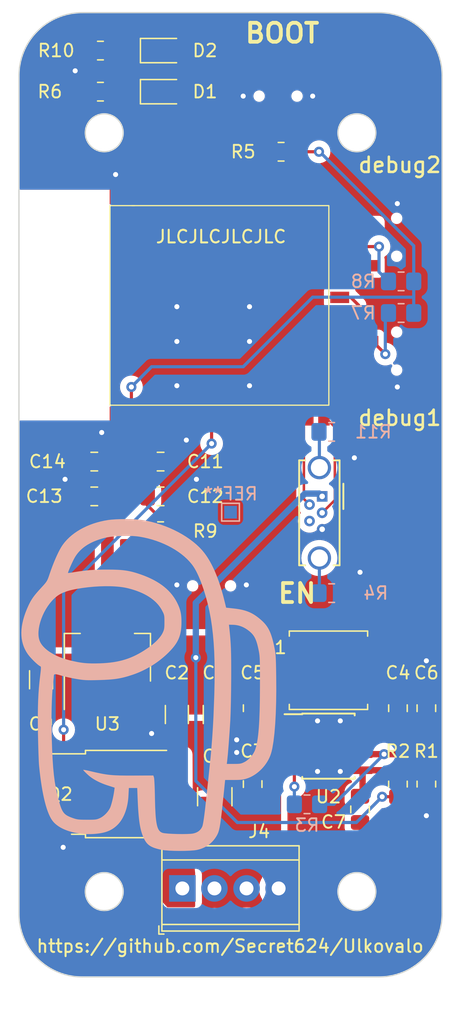
<source format=kicad_pcb>
(kicad_pcb (version 20221018) (generator pcbnew)
  (layers (0 "F.Cu" signal) (31 "B.Cu" signal) (34 "B.Paste" user) (35 "F.Paste" user) (36 "B.SilkS" user "B.Silkscreen") (37 "F.SilkS" user "F.Silkscreen") (38 "B.Mask" user) (39 "F.Mask" user) (44 "Edge.Cuts" user))
  (net 0 "")
  (net 27 "Vin")
  (net 28 "GND")
  (net 29 "Net-(U2-BOOT)")
  (net 30 "Net-(U2-VCC)")
  (net 31 "Net-(U2-FB)")
  (net 32 "Net-(U2-PG)")
  (net 33 "SW")
  (net 34 "+5V")
  (net 35 "+3V3")
  (net 36 "Gate")
  (net 37 "Drain")
  (net 38 "D-")
  (net 39 "D+")
  (net 41 "Net-(J1-Shield)")
  (net 42 "BOOT")
  (net 43 "EN")
  (net 44 "Debug1")
  (net 45 "Debug2")
  (net 46 "Net-(D1-K)")
  (net 47 "Net-(D1-A)")
  (net 48 "Net-(D2-K)")
  (net 49 "Net-(D2-A)")
  (footprint "Capacitor_SMD:C_1206_3216Metric_Pad1.33x1.80mm_HandSolder" (layer "F.Cu") (at 53.5 98.5 -90)
    (fp_text reference "C2")
    (fp_text value "10uF")
  )
  (footprint "Capacitor_SMD:C_0805_2012Metric_Pad1.18x1.45mm_HandSolder" (layer "F.Cu") (at 52.2125 81.25)
    (fp_text reference "C12")
    (fp_text value "100nF")
  )
  (footprint "Package_TO_SOT_SMD:TO-252-2" (layer "F.Cu") (at 49.575 104.7875)
    (fp_text reference "Q2")
    (fp_text value "Q_NMOS_GDS")
  )
  (footprint "Resistor_SMD:R_0805_2012Metric_Pad1.20x1.40mm_HandSolder" (layer "F.Cu") (at 71 104 90)
    (fp_text reference "R2")
    (fp_text value "100k")
  )
  (footprint "Button_Switch_SMD:G-Switch-MK-12C02-G020" (layer "F.Cu") (at 72.5 56.5625 -90)
    (fp_text reference "SW4" hide)
    (fp_text value "SW_Push_SPDT")
    (fp_circle (center 2.7 1.6) (end 3.15 1.6) (stroke (width 0.01)) (fill none) (layer "Edge.Cuts"))
    (fp_circle (center 5.7 1.6) (end 6.15 1.6) (stroke (width 0.01)) (fill none) (layer "Edge.Cuts"))
  )
  (footprint "Button_Switch_SMD:G-Switch-MK-12C02-G020" (layer "F.Cu") (at 57.3125 48)
    (fp_text reference "SW1" hide)
    (fp_text value "SW_Push_SPDT")
    (fp_circle (center 2.7 1.6) (end 3.15 1.6) (stroke (width 0.01)) (fill none) (layer "Edge.Cuts"))
    (fp_circle (center 5.7 1.6) (end 6.15 1.6) (stroke (width 0.01)) (fill none) (layer "Edge.Cuts"))
  )
  (footprint "LED_SMD:LED_0805_2012Metric_Pad1.15x1.40mm_HandSolder" (layer "F.Cu") (at 52.475 49.25)
    (fp_text reference "D1")
    (fp_text value "LED")
  )
  (footprint "Package_TO_SOT_SMD:SOT-223-3_TabPin2" (layer "F.Cu") (at 48 94 90)
    (fp_text reference "U3")
    (fp_text value "LD1117S33TR_SOT223")
  )
  (footprint "Package_QFP:ESP32-S3-WROOM-1" (layer "F.Cu") (at 48.63 74.9 90)
    (fp_text reference "U1" hide)
    (fp_text value "ESP32-S3-WROOM-1")
  )
  (footprint "Button_Switch_SMD:G-Switch-MK-12C02-G020" (layer "F.Cu") (at 72.5 65.5625 -90)
    (fp_text reference "SW3" hide)
    (fp_text value "SW_Push_SPDT")
    (fp_circle (center 2.7 1.6) (end 3.15 1.6) (stroke (width 0.01)) (fill none) (layer "Edge.Cuts"))
    (fp_circle (center 5.7 1.6) (end 6.15 1.6) (stroke (width 0.01)) (fill none) (layer "Edge.Cuts"))
  )
  (footprint "LED_SMD:LED_0805_2012Metric_Pad1.15x1.40mm_HandSolder" (layer "F.Cu") (at 52.475 46)
    (fp_text reference "D2")
    (fp_text value "LED")
  )
  (footprint "Inductor_SMD:L_TDK_VLS6045EX_VLS6045AF" (layer "F.Cu") (at 65.5 95 180)
    (fp_text reference "L1")
    (fp_text value "2.2uH")
  )
  (footprint "Resistor_SMD:R_0805_2012Metric_Pad1.20x1.40mm_HandSolder" (layer "F.Cu") (at 52.2125 84 180)
    (fp_text reference "R9")
    (fp_text value "10k")
  )
  (footprint "Resistor_SMD:R_0805_2012Metric_Pad1.20x1.40mm_HandSolder" (layer "F.Cu") (at 47.45 49.25 180)
    (fp_text reference "R6")
    (fp_text value "100Ω")
  )
  (footprint "Resistor_SMD:R_0805_2012Metric_Pad1.20x1.40mm_HandSolder" (layer "F.Cu") (at 47.45 46 180)
    (fp_text reference "R10")
    (fp_text value "100Ω")
  )
  (footprint "Capacitor_SMD:C_1206_3216Metric_Pad1.33x1.80mm_HandSolder" (layer "F.Cu") (at 42.75 95.75 -90)
    (fp_text reference "C9")
    (fp_text value "10uF")
  )
  (footprint "Capacitor_SMD:C_1210_3225Metric_Pad1.33x2.70mm_HandSolder" (layer "F.Cu") (at 56.5 105 90)
    (fp_text reference "C1")
    (fp_text value "10uF")
  )
  (footprint "Capacitor_SMD:C_0805_2012Metric_Pad1.18x1.45mm_HandSolder" (layer "F.Cu") (at 68 106 90)
    (fp_text reference "C7")
    (fp_text value "2.7pF")
  )
  (footprint "Capacitor_SMD:C_0805_2012Metric_Pad1.18x1.45mm_HandSolder" (layer "F.Cu") (at 46.9625 78.5 180)
    (fp_text reference "C14")
    (fp_text value "22uF")
  )
  (footprint "Package_SO:Texas_HSOP-8-1EP_3.9x4.9mm_P1.27mm" (layer "F.Cu") (at 65.5 101)
    (fp_text reference "U2")
    (fp_text value "LMR33630CDDA")
  )
  (footprint "Capacitor_SMD:C_0805_2012Metric_Pad1.18x1.45mm_HandSolder" (layer "F.Cu") (at 73.25 98 90)
    (fp_text reference "C6")
    (fp_text value "1uF")
  )
  (footprint "TerminalBlock_TE-Connectivity:TerminalBlock_TE_282834-4_1x04_P2.54mm_Horizontal" (layer "F.Cu") (at 53.935 112.25)
    (fp_text reference "J4")
    (fp_text value "Screw_Terminal_01x04")
  )
  (footprint "Capacitor_SMD:C_1206_3216Metric_Pad1.33x1.80mm_HandSolder" (layer "F.Cu") (at 56.5 98.5 -90)
    (fp_text reference "C8")
    (fp_text value "10uF")
  )
  (footprint "Button_Switch_SMD:G-Switch-MK-12C02-G020" (layer "F.Cu") (at 60.45 89.925 180)
    (fp_text reference "SW2" hide)
    (fp_text value "SW_Push_SPDT")
    (fp_circle (center 2.7 1.6) (end 3.15 1.6) (stroke (width 0.01)) (fill none) (layer "Edge.Cuts"))
    (fp_circle (center 5.7 1.6) (end 6.15 1.6) (stroke (width 0.01)) (fill none) (layer "Edge.Cuts"))
  )
  (footprint "Capacitor_SMD:C_0805_2012Metric_Pad1.18x1.45mm_HandSolder" (layer "F.Cu") (at 52.2125 78.5)
    (fp_text reference "C11")
    (fp_text value "1uF")
  )
  (footprint "Capacitor_SMD:C_0805_2012Metric_Pad1.18x1.45mm_HandSolder" (layer "F.Cu") (at 71 98 90)
    (fp_text reference "C4")
    (fp_text value "100nF")
  )
  (footprint "Resistor_SMD:R_0805_2012Metric_Pad1.20x1.40mm_HandSolder" (layer "F.Cu") (at 61.75 54)
    (fp_text reference "R5")
    (fp_text value "10k")
  )
  (footprint "Resistor_SMD:R_0805_2012Metric_Pad1.20x1.40mm_HandSolder" (layer "F.Cu") (at 73.25 104 -90)
    (fp_text reference "R1")
    (fp_text value "24.9k")
  )
  (footprint "Capacitor_SMD:C_0805_2012Metric_Pad1.18x1.45mm_HandSolder" (layer "F.Cu") (at 46.9625 81.25 180)
    (fp_text reference "C13")
    (fp_text value "100nF")
  )
  (footprint "Capacitor_SMD:C_0805_2012Metric_Pad1.18x1.45mm_HandSolder" (layer "F.Cu") (at 59.5 104 90)
    (fp_text reference "C3")
    (fp_text value "220nF")
  )
  (footprint "Connector_USB:USB_Micro-B_Wuerth_614105150721_Vertical_CircularHoles" (layer "F.Cu") (at 65 81.25 -90)
    (fp_text reference "J1" hide)
    (fp_text value "USB_B_Micro")
  )
  (footprint "Capacitor_SMD:C_0805_2012Metric_Pad1.18x1.45mm_HandSolder" (layer "F.Cu") (at 59.5 98 -90)
    (fp_text reference "C5")
    (fp_text value "100nF")
  )
  (footprint "Resistor_SMD:R_0805_2012Metric_Pad1.20x1.40mm_HandSolder" (layer "B.Cu") (at 65.75 88.9 180)
    (fp_text reference "R4")
    (fp_text value "0Ω")
  )
  (footprint "TestPoint:TestPoint_Pad_1.0x1.0mm" (layer "B.Cu") (at 57.75 82.5 180)
    (fp_text reference "REF**")
    (fp_text value "TestPoint_Pad_1.0x1.0mm")
  )
  (footprint "Resistor_SMD:R_0805_2012Metric_Pad1.20x1.40mm_HandSolder" (layer "B.Cu") (at 71.25 64.25)
    (fp_text reference "R8")
    (fp_text value "10k")
  )
  (footprint "Resistor_SMD:R_0805_2012Metric_Pad1.20x1.40mm_HandSolder" (layer "B.Cu") (at 65.75 76.15 180)
    (fp_text reference "R11")
    (fp_text value "0Ω")
  )
  (footprint "Resistor_SMD:R_0805_2012Metric_Pad1.20x1.40mm_HandSolder" (layer "B.Cu") (at 71.25 66.75)
    (fp_text reference "R7")
    (fp_text value "10k")
  )
  (footprint "Resistor_SMD:R_0805_2012Metric_Pad1.20x1.40mm_HandSolder" (layer "B.Cu") (at 63.8 105.6)
    (fp_text reference "R3")
    (fp_text value "100k")
  )
  (gr_poly (pts (xy 49.041383 83.05055) (xy 48.677911 83.063748) (xy 48.348671 83.086) (xy 48.071024 83.117244) (xy 47.763798 83.170202) (xy 47.463649 83.235562) (xy 47.171206 83.312953) (xy 46.887095 83.402002) (xy 46.611945 83.502336) (xy 46.346384 83.613585) (xy 46.091039 83.735376) (xy 45.846539 83.867337) (xy 45.61351 84.009096) (xy 45.392582 84.16028) (xy 45.184381 84.320519) (xy 44.989537 84.489439) (xy 44.808676 84.666668) (xy 44.642426 84.851835) (xy 44.564977 84.947279) (xy 44.491416 85.044567) (xy 44.421821 85.143654) (xy 44.356272 85.244493) (xy 44.246802 85.432523) (xy 44.130385 85.655341) (xy 44.009504 85.907057) (xy 43.886638 86.18178) (xy 43.764268 86.473617) (xy 43.644875 86.776679) (xy 43.530938 87.085074) (xy 43.42494 87.39291) (xy 43.362256 87.576868) (xy 43.334678 87.654161) (xy 43.30844 87.723556) (xy 43.282668 87.786471) (xy 43.256485 87.844324) (xy 43.229015 87.898534) (xy 43.199382 87.950519) (xy 43.166711 88.001698) (xy 43.130126 88.05349) (xy 43.08875 88.107312) (xy 43.041707 88.164584) (xy 42.988123 88.226723) (xy 42.92712 88.29515) (xy 42.779357 88.456535) (xy 42.576361 88.678982) (xy 42.404558 88.874825) (xy 42.328783 88.964999) (xy 42.258923 89.051197) (xy 42.19435 89.134309) (xy 42.134435 89.215228) (xy 42.078551 89.294845) (xy 42.02607 89.374051) (xy 41.976364 89.453737) (xy 41.928805 89.534795) (xy 41.882765 89.618117) (xy 41.837617 89.704594) (xy 41.792732 89.795117) (xy 41.747483 89.890577) (xy 41.618992 90.181091) (xy 41.507352 90.465209) (xy 41.412549 90.742862) (xy 41.334567 91.013982) (xy 41.27339 91.278496) (xy 41.229002 91.536337) (xy 41.201389 91.787434) (xy 41.190534 92.031718) (xy 41.196422 92.269118) (xy 41.219039 92.499565) (xy 41.258367 92.72299) (xy 41.314392 92.939321) (xy 41.387098 93.148491) (xy 41.476469 93.350428) (xy 41.582491 93.545064) (xy 41.705147 93.732327) (xy 41.756317 93.799999) (xy 41.813874 93.871368) (xy 41.876765 93.945419) (xy 41.943934 94.021136) (xy 42.014328 94.097505) (xy 42.086892 94.173509) (xy 42.160572 94.248134) (xy 42.234315 94.320363) (xy 42.307065 94.389182) (xy 42.377769 94.453575) (xy 42.445372 94.512526) (xy 42.50882 94.56502) (xy 42.567059 94.610042) (xy 42.619036 94.646576) (xy 42.663694 94.673606) (xy 42.68295 94.68324) (xy 42.699982 94.690118) (xy 42.70928 94.694592) (xy 42.717314 94.702345) (xy 42.724062 94.713803) (xy 42.7295 94.729392) (xy 42.733604 94.74954) (xy 42.736352 94.774671) (xy 42.73772 94.805213) (xy 42.737685 94.841592) (xy 42.733313 94.933566) (xy 42.72305 95.054003) (xy 42.70671 95.206314) (xy 42.684106 95.39391) (xy 42.626456 95.885549) (xy 42.580092 96.373281) (xy 42.544394 96.870564) (xy 42.518741 97.390852) (xy 42.502515 97.947604) (xy 42.495094 98.554275) (xy 42.495859 99.224322) (xy 42.504189 99.971201) (xy 42.52271 100.806458) (xy 42.5452 101.573254) (xy 42.569675 102.187252) (xy 42.582036 102.410597) (xy 42.594149 102.564118) (xy 42.638786 102.987908) (xy 42.687321 103.393855) (xy 42.739686 103.781602) (xy 42.795811 104.150791) (xy 42.855625 104.501067) (xy 42.919059 104.832073) (xy 42.986043 105.143452) (xy 43.056508 105.434847) (xy 43.130383 105.705903) (xy 43.207599 105.956262) (xy 43.288086 106.185568) (xy 43.371775 106.393465) (xy 43.458595 106.579596) (xy 43.548478 106.743604) (xy 43.641352 106.885133) (xy 43.737148 107.003826) (xy 43.854832 107.122537) (xy 43.987065 107.234427) (xy 44.133019 107.339247) (xy 44.291863 107.43675) (xy 44.462769 107.526688) (xy 44.644906 107.608812) (xy 44.837446 107.682875) (xy 45.039559 107.748628) (xy 45.250416 107.805823) (xy 45.469187 107.854213) (xy 45.695042 107.893549) (xy 45.927154 107.923584) (xy 46.164691 107.944068) (xy 46.406825 107.954755) (xy 46.652726 107.955396) (xy 46.901564 107.945743) (xy 47.06387 107.933309) (xy 47.217741 107.917713) (xy 47.363676 107.898769) (xy 47.502168 107.876289) (xy 47.633716 107.850089) (xy 47.758814 107.819982) (xy 47.877959 107.785783) (xy 47.991648 107.747304) (xy 48.100375 107.704361) (xy 48.204637 107.656767) (xy 48.304931 107.604336) (xy 48.401752 107.546882) (xy 48.495596 107.484219) (xy 48.58696 107.416162) (xy 48.67634 107.342523) (xy 48.764231 107.263117) (xy 48.860202 107.1665) (xy 48.951569 107.061434) (xy 49.038191 106.948276) (xy 49.11993 106.827382) (xy 49.196647 106.699108) (xy 49.2682 106.563812) (xy 49.334452 106.421849) (xy 49.395263 106.273577) (xy 49.450492 106.119351) (xy 49.5 105.959529) (xy 49.543649 105.794467) (xy 49.581298 105.624521) (xy 49.612807 105.450049) (xy 49.638039 105.271406) (xy 49.656851 105.08895) (xy 49.669106 104.903036) (xy 49.700857 104.310367) (xy 50.362315 104.310367) (xy 50.394064 105.14116) (xy 50.422342 105.739759) (xy 50.43862 106.009037) (xy 50.456572 106.259851) (xy 50.476385 106.493364) (xy 50.498244 106.710738) (xy 50.522335 106.913136) (xy 50.548845 107.101722) (xy 50.57796 107.277657) (xy 50.609865 107.442104) (xy 50.644747 107.596227) (xy 50.682791 107.741187) (xy 50.724184 107.878147) (xy 50.769111 108.008271) (xy 50.81776 108.132721) (xy 50.870315 108.25266) (xy 50.919496 108.355501) (xy 50.970329 108.450063) (xy 51.023596 108.536874) (xy 51.080079 108.61646) (xy 51.140563 108.68935) (xy 51.205829 108.756069) (xy 51.27666 108.817145) (xy 51.35384 108.873106) (xy 51.438152 108.924477) (xy 51.530377 108.971787) (xy 51.6313 109.015562) (xy 51.741703 109.05633) (xy 51.862369 109.094617) (xy 51.994081 109.130951) (xy 52.137621 109.165858) (xy 52.293773 109.199867) (xy 52.407707 109.21946) (xy 52.546677 109.236557) (xy 52.885282 109.263201) (xy 53.280689 109.279675) (xy 53.704001 109.285856) (xy 54.126322 109.281618) (xy 54.518753 109.266839) (xy 54.852397 109.241394) (xy 54.988143 109.224633) (xy 55.098356 109.205158) (xy 55.232406 109.173114) (xy 55.362619 109.134589) (xy 55.488879 109.089677) (xy 55.611069 109.038471) (xy 55.729073 108.981064) (xy 55.842776 108.917548) (xy 55.95206 108.848018) (xy 56.056809 108.772565) (xy 56.156907 108.691283) (xy 56.252239 108.604265) (xy 56.342687 108.511604) (xy 56.428135 108.413393) (xy 56.508467 108.309726) (xy 56.583567 108.200694) (xy 56.653319 108.086391) (xy 56.717606 107.96691) (xy 56.77938 107.824603) (xy 56.835759 107.642051) (xy 56.889781 107.398851) (xy 56.944486 107.074602) (xy 57.002911 106.648902) (xy 57.068096 106.101349) (xy 57.230897 104.559077) (xy 57.320855 103.675369) (xy 57.992897 103.675369) (xy 58.176111 103.674294) (xy 58.33545 103.670738) (xy 58.407387 103.667875) (xy 58.474821 103.664206) (xy 58.53824 103.659669) (xy 58.598132 103.654202) (xy 58.654985 103.647742) (xy 58.709288 103.640228) (xy 58.761529 103.631598) (xy 58.812196 103.62179) (xy 58.861778 103.610741) (xy 58.910764 103.59839) (xy 58.959641 103.584675) (xy 59.008897 103.569534) (xy 59.1707 103.513527) (xy 59.330232 103.44518) (xy 59.486833 103.365174) (xy 59.639846 103.274193) (xy 59.788611 103.172918) (xy 59.932469 103.06203) (xy 60.070761 102.942213) (xy 60.202829 102.814149) (xy 60.328014 102.678519) (xy 60.445657 102.536006) (xy 60.555099 102.387291) (xy 60.65568 102.233058) (xy 60.746743 102.073987) (xy 60.827628 101.910761) (xy 60.897677 101.744063) (xy 60.95623 101.574574) (xy 61.009234 101.381133) (xy 61.059035 101.156895) (xy 61.148632 100.621331) (xy 61.224214 99.978487) (xy 61.284975 99.238966) (xy 61.330109 98.413373) (xy 61.35881 97.512312) (xy 61.370272 96.546387) (xy 61.363689 95.526201) (xy 61.356894 95.054582) (xy 60.077896 95.054582) (xy 60.077814 96.293493) (xy 60.070755 97.296254) (xy 60.053092 98.174929) (xy 60.024143 98.93789) (xy 60.005223 99.278594) (xy 59.983225 99.593508) (xy 59.958065 99.88368) (xy 59.929657 100.150156) (xy 59.897917 100.393982) (xy 59.862757 100.616205) (xy 59.824094 100.817871) (xy 59.781842 101.000026) (xy 59.735916 101.163718) (xy 59.686231 101.309992) (xy 59.656953 101.380745) (xy 59.622917 101.451854) (xy 59.584446 101.522933) (xy 59.541867 101.593592) (xy 59.495506 101.663446) (xy 59.445687 101.732106) (xy 59.392737 101.799185) (xy 59.336981 101.864295) (xy 59.278744 101.927048) (xy 59.218352 101.987057) (xy 59.156131 102.043935) (xy 59.092406 102.097293) (xy 59.027503 102.146745) (xy 58.961748 102.191903) (xy 58.895465 102.232378) (xy 58.828981 102.267784) (xy 58.74359 102.30864) (xy 58.704128 102.325676) (xy 58.665766 102.340627) (xy 58.627714 102.353625) (xy 58.589181 102.364801) (xy 58.549378 102.374288) (xy 58.507512 102.382216) (xy 58.462794 102.388719) (xy 58.414432 102.393926) (xy 58.361637 102.397971) (xy 58.303617 102.400985) (xy 58.168742 102.404448) (xy 58.00348 102.405367) (xy 57.453147 102.405367) (xy 57.484897 102.151368) (xy 57.537153 101.636423) (xy 57.605283 100.805962) (xy 57.675397 99.838579) (xy 57.733606 98.912868) (xy 57.757005 98.330949) (xy 57.777923 97.50793) (xy 57.793881 96.553942) (xy 57.802397 95.579118) (xy 57.802779 95.094104) (xy 56.489816 95.094104) (xy 56.484121 95.960553) (xy 56.463605 96.902035) (xy 56.397294 98.65986) (xy 56.354031 99.476761) (xy 56.30221 100.276794) (xy 56.240467 101.078316) (xy 56.167438 101.899683) (xy 55.982064 103.675369) (xy 55.743939 105.87141) (xy 55.708975 106.169479) (xy 55.675561 106.436295) (xy 55.643759 106.67136) (xy 55.613632 106.874179) (xy 55.585241 107.044257) (xy 55.558648 107.181096) (xy 55.546045 107.236897) (xy 55.533916 107.284201) (xy 55.522266 107.322949) (xy 55.511106 107.353076) (xy 55.485057 107.408209) (xy 55.456504 107.460512) (xy 55.425425 107.510009) (xy 55.391795 107.556723) (xy 55.355592 107.600678) (xy 55.316792 107.641896) (xy 55.275372 107.680401) (xy 55.231309 107.716217) (xy 55.184579 107.749366) (xy 55.13516 107.779872) (xy 55.083027 107.807758) (xy 55.028158 107.833047) (xy 54.97053 107.855763) (xy 54.910119 107.875928) (xy 54.846902 107.893566) (xy 54.780856 107.908701) (xy 54.69597 107.922233) (xy 54.582977 107.933123) (xy 54.289227 107.947313) (xy 53.932722 107.951953) (xy 53.546575 107.947726) (xy 53.1639 107.935313) (xy 52.817813 107.915397) (xy 52.541427 107.88866) (xy 52.43972 107.872946) (xy 52.367856 107.855783) (xy 52.288237 107.825695) (xy 52.215834 107.783994) (xy 52.1503 107.729117) (xy 52.091284 107.659496) (xy 52.038438 107.573566) (xy 51.991414 107.469761) (xy 51.949862 107.346515) (xy 51.913434 107.202263) (xy 51.881781 107.035439) (xy 51.854554 106.844476) (xy 51.831404 106.62781) (xy 51.811983 106.383874) (xy 51.782931 105.80793) (xy 51.764606 105.104118) (xy 51.759469 104.808818) (xy 51.752286 104.526664) (xy 51.743491 104.264355) (xy 51.733517 104.028586) (xy 51.722799 103.826056) (xy 51.711771 103.663461) (xy 51.700868 103.5475) (xy 51.695598 103.509099) (xy 51.690522 103.484868) (xy 51.637606 103.320826) (xy 50.039523 103.326118) (xy 49.456561 103.325849) (xy 48.974492 103.319007) (xy 48.564729 103.302491) (xy 48.378029 103.289637) (xy 48.198685 103.273201) (xy 48.023123 103.252796) (xy 47.847771 103.228036) (xy 47.669054 103.198531) (xy 47.4834 103.163895) (xy 47.076985 103.077678) (xy 46.599939 102.966284) (xy 46.497362 102.942027) (xy 46.401419 102.921057) (xy 46.314282 102.903683) (xy 46.274694 102.896442) (xy 46.238122 102.890216) (xy 46.204836 102.885044) (xy 46.175108 102.880966) (xy 46.149209 102.878019) (xy 46.12741 102.876242) (xy 46.109984 102.875675) (xy 46.0972 102.876356) (xy 46.092634 102.877177) (xy 46.089331 102.878324) (xy 46.087324 102.879803) (xy 46.086648 102.881618) (xy 46.088418 102.887229) (xy 46.093614 102.895994) (xy 46.102065 102.907721) (xy 46.113602 102.922215) (xy 46.145249 102.95873) (xy 46.18719 103.003988) (xy 46.23806 103.056439) (xy 46.296496 103.114534) (xy 46.361133 103.176721) (xy 46.430607 103.24145) (xy 46.505141 103.309164) (xy 46.583869 103.375375) (xy 46.666766 103.440066) (xy 46.753811 103.503223) (xy 46.84498 103.564829) (xy 46.94025 103.624869) (xy 47.039596 103.683328) (xy 47.142997 103.740191) (xy 47.250428 103.795441) (xy 47.361867 103.849063) (xy 47.477291 103.901042) (xy 47.596675 103.951362) (xy 47.719997 104.000007) (xy 47.847233 104.046963) (xy 47.978361 104.092214) (xy 48.113356 104.135744) (xy 48.573732 104.283908) (xy 48.541981 104.522035) (xy 48.512019 104.718323) (xy 48.474926 104.921556) (xy 48.432499 105.124789) (xy 48.386538 105.321077) (xy 48.338841 105.503474) (xy 48.291206 105.665035) (xy 48.267974 105.735832) (xy 48.245431 105.798815) (xy 48.223803 105.853117) (xy 48.203315 105.897869) (xy 48.169689 105.961141) (xy 48.132497 106.023793) (xy 48.092019 106.085577) (xy 48.048534 106.146245) (xy 48.002319 106.205549) (xy 47.953656 106.26324) (xy 47.902822 106.319072) (xy 47.850096 106.372794) (xy 47.795758 106.424161) (xy 47.740087 106.472923) (xy 47.683362 106.518832) (xy 47.625861 106.561641) (xy 47.567865 106.601101) (xy 47.509651 106.636964) (xy 47.4515 106.668983) (xy 47.393689 106.696909) (xy 47.305974 106.734261) (xy 47.264709 106.74986) (xy 47.223777 106.763551) (xy 47.182133 106.775445) (xy 47.138729 106.785648) (xy 47.092518 106.79427) (xy 47.042456 106.80142) (xy 46.987494 106.807205) (xy 46.926587 106.811734) (xy 46.782751 106.817459) (xy 46.602576 106.819464) (xy 46.37769 106.818617) (xy 46.153456 106.817697) (xy 46.057523 106.81635) (xy 45.970893 106.814235) (xy 45.892448 106.811221) (xy 45.821072 106.807176) (xy 45.75565 106.801968) (xy 45.695064 106.795466) (xy 45.638199 106.787538) (xy 45.583939 106.778052) (xy 45.531167 106.766875) (xy 45.478767 106.753877) (xy 45.425623 106.738926) (xy 45.370619 106.721889) (xy 45.250564 106.681034) (xy 45.124252 106.634224) (xy 45.010496 106.588088) (xy 44.908213 106.541193) (xy 44.816317 106.492105) (xy 44.733723 106.439388) (xy 44.659345 106.38161) (xy 44.624898 106.350375) (xy 44.592098 106.317337) (xy 44.56081 106.282316) (xy 44.530898 106.245133) (xy 44.474659 106.163566) (xy 44.422295 106.0712) (xy 44.372722 105.966603) (xy 44.324854 105.848341) (xy 44.277606 105.714978) (xy 44.229894 105.565081) (xy 44.18063 105.397217) (xy 44.128732 105.20995) (xy 44.014403 104.76049) (xy 43.916569 104.296146) (xy 43.833866 103.803525) (xy 43.764929 103.269233) (xy 43.708395 102.679873) (xy 43.662899 102.022053) (xy 43.627077 101.282378) (xy 43.599565 100.447452) (xy 43.584145 99.78374) (xy 43.577406 99.144213) (xy 43.579101 98.53222) (xy 43.588982 97.951108) (xy 43.6068 97.404227) (xy 43.632307 96.894925) (xy 43.665256 96.42655) (xy 43.705399 96.002452) (xy 43.716788 95.910044) (xy 43.727061 95.820799) (xy 43.736094 95.736886) (xy 43.743763 95.660478) (xy 43.749944 95.593743) (xy 43.754512 95.538852) (xy 43.757344 95.497976) (xy 43.758315 95.473285) (xy 43.760145 95.437867) (xy 43.76402 95.406984) (xy 43.770501 95.380581) (xy 43.774892 95.369043) (xy 43.780143 95.358604) (xy 43.786325 95.349259) (xy 43.793507 95.341) (xy 43.801758 95.33382) (xy 43.811149 95.327712) (xy 43.821749 95.322671) (xy 43.833629 95.318688) (xy 43.846856 95.315758) (xy 43.861503 95.313873) (xy 43.89533 95.313213) (xy 43.935669 95.316654) (xy 43.983077 95.32414) (xy 44.038112 95.335619) (xy 44.101333 95.351036) (xy 44.173298 95.370336) (xy 44.34569 95.420369) (xy 44.461962 95.453442) (xy 44.59721 95.488499) (xy 44.746596 95.524548) (xy 44.905284 95.560597) (xy 45.068437 95.595654) (xy 45.231217 95.628727) (xy 45.388789 95.658824) (xy 45.536315 95.684952) (xy 45.746442 95.720288) (xy 45.933438 95.747377) (xy 46.110885 95.7669) (xy 46.292362 95.77954) (xy 46.491451 95.785979) (xy 46.721731 95.786898) (xy 46.996784 95.782981) (xy 47.33019 95.774909) (xy 47.754681 95.76043) (xy 48.127578 95.739439) (xy 48.298554 95.725862) (xy 48.461283 95.70989) (xy 48.617315 95.691268) (xy 48.7682 95.669738) (xy 48.915488 95.645046) (xy 49.06073 95.616935) (xy 49.205476 95.58515) (xy 49.351276 95.549435) (xy 49.49968 95.509535) (xy 49.652239 95.465192) (xy 49.976023 95.36216) (xy 50.17596 95.292366) (xy 50.374727 95.21607) (xy 50.572021 95.133464) (xy 50.76754 95.044742) (xy 50.960982 94.950098) (xy 51.152044 94.849726) (xy 51.340424 94.743819) (xy 51.525819 94.632571) (xy 51.707928 94.516176) (xy 51.886448 94.394829) (xy 52.061077 94.268722) (xy 52.231512 94.138049) (xy 52.397452 94.003004) (xy 52.558593 93.863782) (xy 52.714634 93.720575) (xy 52.865272 93.573577) (xy 53.002078 93.43184) (xy 53.127024 93.293708) (xy 53.240529 93.158195) (xy 53.343011 93.024319) (xy 53.434889 92.891093) (xy 53.516582 92.757534) (xy 53.588508 92.622657) (xy 53.651085 92.485478) (xy 53.704733 92.345012) (xy 53.74987 92.200276) (xy 53.786914 92.050283) (xy 53.816284 91.894051) (xy 53.838399 91.730595) (xy 53.853678 91.55893) (xy 53.862537 91.378072) (xy 53.865398 91.187036) (xy 52.516023 91.187036) (xy 52.515103 91.352772) (xy 52.513755 91.424183) (xy 52.51164 91.488991) (xy 52.508626 91.547969) (xy 52.504581 91.601893) (xy 52.499374 91.651539) (xy 52.492871 91.69768) (xy 52.484943 91.741094) (xy 52.475456 91.782554) (xy 52.46428 91.822836) (xy 52.451282 91.862714) (xy 52.436331 91.902965) (xy 52.419294 91.944363) (xy 52.400041 91.987684) (xy 52.378439 92.033701) (xy 52.342383 92.105165) (xy 52.299839 92.17852) (xy 52.251016 92.253549) (xy 52.196124 92.330035) (xy 52.135372 92.407762) (xy 52.068969 92.486512) (xy 51.997125 92.566068) (xy 51.920048 92.646213) (xy 51.837949 92.72673) (xy 51.751036 92.807402) (xy 51.659518 92.888012) (xy 51.563605 92.968343) (xy 51.463507 93.048178) (xy 51.359432 93.1273) (xy 51.25159 93.205491) (xy 51.140189 93.282536) (xy 50.92342 93.425894) (xy 50.709022 93.558508) (xy 50.49602 93.680674) (xy 50.283436 93.792685) (xy 50.070294 93.894836) (xy 49.855617 93.987422) (xy 49.638429 94.070738) (xy 49.417752 94.145077) (xy 49.192611 94.210734) (xy 48.962028 94.268004) (xy 48.725027 94.317182) (xy 48.480632 94.358562) (xy 48.227864 94.392438) (xy 47.965748 94.419106) (xy 47.693308 94.438859) (xy 47.409565 94.451993) (xy 47.057783 94.459972) (xy 46.741409 94.459269) (xy 46.449716 94.448644) (xy 46.309772 94.439224) (xy 46.171975 94.426858) (xy 46.034985 94.411391) (xy 45.89746 94.392669) (xy 45.758059 94.370536) (xy 45.615441 94.344837) (xy 45.31519 94.282123) (xy 44.98598 94.203285) (xy 44.776767 94.146716) (xy 44.574088 94.084357) (xy 44.378401 94.016494) (xy 44.190164 93.943415) (xy 44.009832 93.865405) (xy 43.837865 93.782753) (xy 43.674719 93.695744) (xy 43.520851 93.604665) (xy 43.376719 93.509804) (xy 43.24278 93.411447) (xy 43.119492 93.309881) (xy 43.061985 93.257984) (xy 43.007311 93.205392) (xy 42.955529 93.152142) (xy 42.906696 93.098268) (xy 42.860868 93.043808) (xy 42.818103 92.988796) (xy 42.778458 92.933268) (xy 42.74199 92.877261) (xy 42.708757 92.82081) (xy 42.678815 92.763951) (xy 42.640468 92.677214) (xy 42.608678 92.584939) (xy 42.583305 92.487509) (xy 42.564207 92.385308) (xy 42.551244 92.278719) (xy 42.544276 92.168127) (xy 42.543163 92.053915) (xy 42.547763 91.936467) (xy 42.573543 91.693397) (xy 42.620493 91.441986) (xy 42.687487 91.185304) (xy 42.773403 90.92642) (xy 42.877117 90.668405) (xy 42.997503 90.414328) (xy 43.13344 90.167257) (xy 43.283801 89.930264) (xy 43.447464 89.706417) (xy 43.623305 89.498787) (xy 43.71544 89.402012) (xy 43.810199 89.310442) (xy 43.90744 89.22446) (xy 44.007023 89.144452) (xy 44.098262 89.078818) (xy 44.195694 89.016749) (xy 44.299807 88.958091) (xy 44.411091 88.902689) (xy 44.530034 88.850387) (xy 44.657123 88.801031) (xy 44.792847 88.754466) (xy 44.937695 88.710535) (xy 45.092155 88.669086) (xy 45.256715 88.629961) (xy 45.431863 88.593008) (xy 45.618088 88.558069) (xy 46.025722 88.493618) (xy 46.483523 88.435369) (xy 46.935671 88.393201) (xy 47.38013 88.365916) (xy 47.812186 88.353513) (xy 48.227127 88.355994) (xy 48.426707 88.362815) (xy 48.62024 88.373357) (xy 48.807138 88.38762) (xy 48.986812 88.405603) (xy 49.158673 88.427307) (xy 49.32213 88.452732) (xy 49.476596 88.481878) (xy 49.621482 88.514744) (xy 49.867531 88.57935) (xy 50.103581 88.650094) (xy 50.329554 88.726917) (xy 50.545373 88.809754) (xy 50.75096 88.898544) (xy 50.946237 88.993226) (xy 51.131128 89.093736) (xy 51.305554 89.200014) (xy 51.469438 89.311997) (xy 51.622702 89.429623) (xy 51.76527 89.55283) (xy 51.832518 89.616507) (xy 51.897063 89.681556) (xy 51.958895 89.747969) (xy 52.018004 89.815739) (xy 52.07438 89.884857) (xy 52.128015 89.955317) (xy 52.178898 90.02711) (xy 52.227019 90.100228) (xy 52.27237 90.174664) (xy 52.314939 90.25041) (xy 52.379793 90.37465) (xy 52.406201 90.42769) (xy 52.428958 90.476381) (xy 52.448335 90.522002) (xy 52.464605 90.565832) (xy 52.478037 90.609152) (xy 52.488903 90.653238) (xy 52.497475 90.699371) (xy 52.504023 90.748829) (xy 52.50882 90.802892) (xy 52.512137 90.862838) (xy 52.515413 91.005496) (xy 52.516023 91.187036) (xy 53.865398 91.187036) (xy 53.864574 91.077922) (xy 53.862028 90.974428) (xy 53.857654 90.875973) (xy 53.851342 90.781974) (xy 53.842983 90.691852) (xy 53.832469 90.605024) (xy 53.819692 90.520909) (xy 53.804543 90.438926) (xy 53.786914 90.358493) (xy 53.766696 90.279028) (xy 53.74378 90.199952) (xy 53.718058 90.120682) (xy 53.689421 90.040636) (xy 53.657762 89.959234) (xy 53.62297 89.875895) (xy 53.584939 89.790036) (xy 53.487432 89.592322) (xy 53.37936 89.401925) (xy 53.260575 89.218721) (xy 53.130931 89.042587) (xy 52.990279 88.873399) (xy 52.838473 88.711031) (xy 52.675365 88.555361) (xy 52.500809 88.406265) (xy 52.314656 88.263617) (xy 52.11676 88.127295) (xy 51.906973 87.997173) (xy 51.685148 87.873129) (xy 51.451138 87.755038) (xy 51.204795 87.642777) (xy 50.945972 87.53622) (xy 50.674522 87.435244) (xy 50.351152 87.327034) (xy 50.199017 87.280719) (xy 50.051098 87.239287) (xy 49.905784 87.202506) (xy 49.761462 87.170144) (xy 49.61652 87.141967) (xy 49.469346 87.117744) (xy 49.318326 87.097242) (xy 49.16185 87.080227) (xy 48.998305 87.066468) (xy 48.826078 87.055732) (xy 48.449129 87.0424) (xy 48.018106 87.038369) (xy 47.63568 87.039206) (xy 47.284383 87.046059) (xy 46.955659 87.059484) (xy 46.64095 87.080041) (xy 46.331698 87.108287) (xy 46.019345 87.144781) (xy 45.695334 87.190081) (xy 45.351107 87.244744) (xy 45.260125 87.259844) (xy 45.174911 87.273269) (xy 45.097262 87.284834) (xy 45.028976 87.294353) (xy 44.971853 87.301639) (xy 44.92769 87.306507) (xy 44.898286 87.30877) (xy 44.889681 87.308867) (xy 44.885439 87.308243) (xy 44.883925 87.295301) (xy 44.888953 87.269197) (xy 44.916528 87.182401) (xy 44.963946 87.057654) (xy 45.026992 86.904754) (xy 45.101447 86.733499) (xy 45.183096 86.553685) (xy 45.267722 86.375112) (xy 45.351107 86.207577) (xy 45.435473 86.05712) (xy 45.527954 85.913259) (xy 45.628729 85.775894) (xy 45.737977 85.644924) (xy 45.855875 85.520248) (xy 45.982602 85.401766) (xy 46.118337 85.289376) (xy 46.263257 85.182978) (xy 46.417541 85.082471) (xy 46.581366 84.987755) (xy 46.754913 84.898728) (xy 46.938357 84.81529) (xy 47.131879 84.73734) (xy 47.335656 84.664777) (xy 47.549867 84.597501) (xy 47.774689 84.53541) (xy 47.905884 84.505098) (xy 48.052078 84.477708) (xy 48.211279 84.453311) (xy 48.381495 84.431975) (xy 48.747002 84.398768) (xy 49.132664 84.378645) (xy 49.522542 84.372165) (xy 49.900699 84.379885) (xy 50.080403 84.389245) (xy 50.2512 84.402364) (xy 50.411098 84.419313) (xy 50.558106 84.440161) (xy 50.897439 84.503061) (xy 51.232091 84.580225) (xy 51.560975 84.67103) (xy 51.883007 84.774859) (xy 52.197101 84.891089) (xy 52.502173 85.019102) (xy 52.797137 85.158277) (xy 53.080908 85.307994) (xy 53.3524 85.467633) (xy 53.610529 85.636573) (xy 53.854209 85.814195) (xy 54.082356 85.999879) (xy 54.293883 86.193004) (xy 54.487706 86.39295) (xy 54.662739 86.599098) (xy 54.74287 86.704303) (xy 54.817898 86.810827) (xy 54.917587 86.969495) (xy 55.017865 87.148759) (xy 55.118205 87.347015) (xy 55.21808 87.562657) (xy 55.316963 87.794081) (xy 55.414326 88.039682) (xy 55.602387 88.566999) (xy 55.778046 89.131771) (xy 55.937085 89.721161) (xy 56.075288 90.322334) (xy 56.188439 90.922452) (xy 56.280785 91.54445) (xy 56.355706 92.182695) (xy 56.413635 92.846986) (xy 56.455007 93.547118) (xy 56.480256 94.292892) (xy 56.489816 95.094104) (xy 57.802779 95.094104) (xy 57.802966 94.856237) (xy 57.8 94.25) (xy 57.792444 93.734672) (xy 57.779246 93.284519) (xy 57.759351 92.873805) (xy 57.731704 92.476796) (xy 57.695251 92.067756) (xy 57.648939 91.620951) (xy 57.622481 91.398702) (xy 57.902939 91.403994) (xy 57.982815 91.406415) (xy 58.06173 91.411704) (xy 58.139715 91.419876) (xy 58.216801 91.430948) (xy 58.293018 91.444934) (xy 58.368399 91.46185) (xy 58.442973 91.481712) (xy 58.516772 91.504535) (xy 58.589827 91.530335) (xy 58.662169 91.559126) (xy 58.733829 91.590926) (xy 58.804837 91.625748) (xy 58.875226 91.663609) (xy 58.945025 91.704523) (xy 59.014266 91.748508) (xy 59.08298 91.795577) (xy 59.17994 91.867382) (xy 59.268799 91.938659) (xy 59.350139 92.010494) (xy 59.424541 92.083973) (xy 59.492587 92.16018) (xy 59.554859 92.240201) (xy 59.611937 92.32512) (xy 59.664402 92.416024) (xy 59.712837 92.513998) (xy 59.757823 92.620125) (xy 59.799941 92.735493) (xy 59.839772 92.861186) (xy 59.877897 92.998289) (xy 59.914899 93.147887) (xy 59.951358 93.311066) (xy 59.987856 93.48891) (xy 60.016247 93.645883) (xy 60.038374 93.816994) (xy 60.054921 94.022831) (xy 60.066569 94.283983) (xy 60.074 94.621037) (xy 60.077896 95.054582) (xy 61.356894 95.054582) (xy 61.355782 94.977377) (xy 61.34707 94.542779) (xy 61.336249 94.200702) (xy 61.32964 94.057576) (xy 61.322017 93.929442) (xy 61.313215 93.813586) (xy 61.303072 93.707295) (xy 61.291426 93.607857) (xy 61.278113 93.512558) (xy 61.26297 93.418685) (xy 61.245835 93.323525) (xy 61.204939 93.118494) (xy 61.162082 92.920096) (xy 61.118567 92.735085) (xy 61.073982 92.562586) (xy 61.027916 92.401721) (xy 60.979959 92.251615) (xy 60.9297 92.111392) (xy 60.876727 91.980177) (xy 60.820631 91.857093) (xy 60.761001 91.741264) (xy 60.697424 91.631815) (xy 60.629492 91.527869) (xy 60.556792 91.428551) (xy 60.478915 91.332984) (xy 60.395448 91.240294) (xy 60.305982 91.149603) (xy 60.210105 91.060036) (xy 60.086383 90.95208) (xy 59.964715 90.852224) (xy 59.844302 90.760135) (xy 59.724347 90.67548) (xy 59.604051 90.597925) (xy 59.482615 90.527137) (xy 59.359241 90.462783) (xy 59.233132 90.40453) (xy 59.103487 90.352043) (xy 58.969509 90.30499) (xy 58.8304 90.263038) (xy 58.685361 90.225853) (xy 58.533594 90.193102) (xy 58.3743 90.164451) (xy 58.206681 90.139567) (xy 58.029939 90.118118) (xy 57.400231 90.049327) (xy 57.230897 89.36141) (xy 57.154129 89.067171) (xy 57.074648 88.781777) (xy 56.99247 88.505265) (xy 56.90761 88.237675) (xy 56.820083 87.979046) (xy 56.729905 87.729417) (xy 56.637091 87.488826) (xy 56.541658 87.257311) (xy 56.44362 87.034913) (xy 56.342993 86.821669) (xy 56.239793 86.617618) (xy 56.134034 86.422799) (xy 56.025733 86.237251) (xy 55.914906 86.061013) (xy 55.801566 85.894122) (xy 55.685731 85.736619) (xy 55.496053 85.504832) (xy 55.283275 85.278332) (xy 55.048979 85.05794) (xy 54.794747 84.844477) (xy 54.522159 84.638766) (xy 54.232796 84.441628) (xy 53.928241 84.253885) (xy 53.610075 84.076359) (xy 53.279878 83.90987) (xy 52.939232 83.755241) (xy 52.589718 83.613294) (xy 52.232918 83.48485) (xy 51.870413 83.37073) (xy 51.503785 83.271757) (xy 51.134613 83.188752) (xy 50.764481 83.122536) (xy 50.635052 83.104861) (xy 50.490307 83.089535) (xy 50.163546 83.065898) (xy 49.801563 83.051563) (xy 49.421721 83.046468)) (fill solid) (layer "B.SilkS"))
  (gr_circle (center 47.75 52.5) (end 49.25 52.5) (stroke (width 0.1)) (fill none) (layer "Edge.Cuts"))
  (gr_circle (center 67.75 112.5) (end 69.25 112.5) (stroke (width 0.1)) (fill none) (layer "Edge.Cuts"))
  (gr_line (start 74.5 48) (end 74.5 114.25) (stroke (width 0.1)) (layer "Edge.Cuts"))
  (gr_arc (start 74.5 114.25) (mid 73.035534 117.785534) (end 69.5 119.25) (stroke (width 0.1)) (layer "Edge.Cuts"))
  (gr_line (start 46 43) (end 69.5 43) (stroke (width 0.1)) (layer "Edge.Cuts"))
  (gr_circle (center 67.75 52.5) (end 69.25 52.5) (stroke (width 0.1)) (fill none) (layer "Edge.Cuts"))
  (gr_arc (start 46 119.25) (mid 42.464466 117.785534) (end 41 114.25) (stroke (width 0.1)) (layer "Edge.Cuts"))
  (gr_line (start 69.5 119.25) (end 46 119.25) (stroke (width 0.1)) (layer "Edge.Cuts"))
  (gr_circle (center 47.75 112.5) (end 49.25 112.5) (stroke (width 0.1)) (fill none) (layer "Edge.Cuts"))
  (gr_arc (start 41 48) (mid 42.464466 44.464466) (end 46 43) (stroke (width 0.1)) (layer "Edge.Cuts"))
  (gr_line (start 41 114.25) (end 41 48) (stroke (width 0.1)) (layer "Edge.Cuts"))
  (gr_arc (start 69.5 43) (mid 73.035534 44.464466) (end 74.5 48) (stroke (width 0.1)) (layer "Edge.Cuts"))
  (gr_text "JLCJLCJLCJLC" (at 51.75 61.3) (layer "F.SilkS") (effects (font (size 1 1) (thickness 0.16)) (justify left bottom)))
  (gr_text "BOOT" (at 58.75 45.5) (layer "F.SilkS") (effects (font (size 1.5 1.5) (thickness 0.3) bold) (justify left bottom)))
  (gr_text "EN" (at 61.35 89.8) (layer "F.SilkS") (effects (font (size 1.5 1.5) (thickness 0.3) bold) (justify left bottom)))
  (gr_text "https://github.com/Secret624/Ulkovalo" (at 42.3 117.4) (layer "F.SilkS") (effects (font (size 1 1) (thickness 0.16)) (justify left bottom)))
  (gr_text "debug1" (at 67.75 75.75) (layer "F.SilkS") (effects (font (size 1.2 1.2) (thickness 0.2) bold) (justify left bottom)))
  (gr_text "debug2" (at 67.75 55.75) (layer "F.SilkS") (effects (font (size 1.2 1.2) (thickness 0.2) bold) (justify left bottom)))
  (via (at 59.25 66.25) (size 0.8) (drill 0.4) (layers "F.Cu" "B.Cu") (net 28))
  (via (at 67.55 78.2) (size 0.8) (drill 0.4) (layers "F.Cu" "B.Cu") (net 28))
  (via (at 58.235 100.5) (size 0.8) (drill 0.4) (layers "F.Cu" "B.Cu") (net 28))
  (via (at 66.435 103) (size 0.8) (drill 0.4) (layers "F.Cu" "B.Cu") (net 28))
  (via (at 53.5 72.5) (size 0.8) (drill 0.4) (layers "F.Cu" "B.Cu") (net 28))
  (via (at 73.25 94.25) (size 0.8) (drill 0.4) (layers "F.Cu" "B.Cu") (net 28))
  (via (at 64.25 49.6) (size 0.8) (drill 0.4) (layers "F.Cu" "B.Cu") (net 28))
  (via (at 64.635 99) (size 0.8) (drill 0.4) (layers "F.Cu" "B.Cu") (net 28))
  (via (at 59 88.25) (size 0.8) (drill 0.4) (layers "F.Cu" "B.Cu") (net 28))
  (via (at 58.75 49.6) (size 0.8) (drill 0.4) (layers "F.Cu" "B.Cu") (net 28))
  (via (at 54.25 76.8) (size 0.8) (drill 0.4) (layers "F.Cu" "B.Cu") (net 28))
  (via (at 48.65 55.8) (size 0.8) (drill 0.4) (layers "F.Cu" "B.Cu") (net 28))
  (via (at 55.05 79.9) (size 0.8) (drill 0.4) (layers "F.Cu" "B.Cu") (net 28))
  (via (at 59.25 72.5) (size 0.8) (drill 0.4) (layers "F.Cu" "B.Cu") (net 28))
  (via (at 47.55 76.2) (size 0.8) (drill 0.4) (layers "F.Cu" "B.Cu") (net 28))
  (via (at 53.5 69) (size 0.8) (drill 0.4) (layers "F.Cu" "B.Cu") (net 28))
  (via (at 68 87.25) (size 0.8) (drill 0.4) (layers "F.Cu" "B.Cu") (net 28))
  (via (at 70.95 58.1) (size 0.8) (drill 0.4) (layers "F.Cu" "B.Cu") (net 28))
  (via (at 53.5 88.25) (size 0.8) (drill 0.4) (layers "F.Cu" "B.Cu") (net 28))
  (via (at 58.235 101.5) (size 0.8) (drill 0.4) (layers "F.Cu" "B.Cu") (net 28))
  (via (at 70.95 72.6) (size 0.8) (drill 0.4) (layers "F.Cu" "B.Cu") (net 28))
  (via (at 51.5 100) (size 0.8) (drill 0.4) (layers "F.Cu" "B.Cu") (net 28))
  (via (at 44.65 79.9) (size 0.8) (drill 0.4) (layers "F.Cu" "B.Cu") (net 28))
  (via (at 66.435 99) (size 0.8) (drill 0.4) (layers "F.Cu" "B.Cu") (net 28))
  (via (at 44.5 109) (size 0.8) (drill 0.4) (layers "F.Cu" "B.Cu") (net 28))
  (via (at 45.45 47.6) (size 0.8) (drill 0.4) (layers "F.Cu" "B.Cu") (net 28))
  (via (at 53.5 66.25) (size 0.8) (drill 0.4) (layers "F.Cu" "B.Cu") (net 28))
  (via (at 73.25 106.5) (size 0.8) (drill 0.4) (layers "F.Cu" "B.Cu") (net 28))
  (via (at 64.635 103) (size 0.8) (drill 0.4) (layers "F.Cu" "B.Cu") (net 28))
  (via (at 59.25 69) (size 0.8) (drill 0.4) (layers "F.Cu" "B.Cu") (net 28))
  (segment (start 71 99.0375) (end 69.6725 100.365) (width 0.5) (layer "F.Cu") (net 29))
  (segment (start 69.6725 100.365) (end 68.2 100.365) (width 0.5) (layer "F.Cu") (net 29))
  (segment (start 73.25 100.2875) (end 73.25 99.0375) (width 0.5) (layer "F.Cu") (net 30))
  (segment (start 71.9025 101.635) (end 73.25 100.2875) (width 0.5) (layer "F.Cu") (net 30))
  (segment (start 68.2 101.635) (end 71.9025 101.635) (width 0.5) (layer "F.Cu") (net 30))
  (segment (start 69.865 101.635) (end 69.9 101.6) (width 0.5) (layer "F.Cu") (net 30))
  (segment (start 69.9 101.6) (end 69.935 101.635) (width 0.5) (layer "F.Cu") (net 30))
  (via (at 69.9 101.635) (size 0.8) (drill 0.4) (layers "F.Cu" "B.Cu") (net 30))
  (segment (start 64.8 105.6) (end 65.935 105.6) (width 0.25) (layer "B.Cu") (net 30))
  (segment (start 65.935 105.6) (end 69.9 101.635) (width 0.25) (layer "B.Cu") (net 30))
  (segment (start 68.2 102.905) (end 68.2 104.7625) (width 0.5) (layer "F.Cu") (net 31))
  (segment (start 68.2 104.7625) (end 68 104.9625) (width 0.5) (layer "F.Cu") (net 31))
  (segment (start 68.2 102.905) (end 73.155 102.905) (width 0.5) (layer "F.Cu") (net 31))
  (segment (start 73.155 102.905) (end 73.25 103) (width 0.5) (layer "F.Cu") (net 31))
  (segment (start 62.8 102.905) (end 62.8 104.2) (width 0.25) (layer "F.Cu") (net 32))
  (via (at 62.8 104.2) (size 0.8) (drill 0.4) (layers "F.Cu" "B.Cu") (net 32))
  (segment (start 62.8 105.6) (end 62.8 104.2) (width 0.25) (layer "B.Cu") (net 32))
  (segment (start 69.75 105) (end 68 106.75) (width 0.25) (layer "F.Cu") (net 34))
  (segment (start 68 106.75) (end 68 107.0375) (width 0.25) (layer "F.Cu") (net 34))
  (segment (start 71.5 105) (end 69.75 105) (width 0.25) (layer "F.Cu") (net 34))
  (via (at 55 94) (size 0.8) (drill 0.4) (layers "F.Cu" "B.Cu") (net 34))
  (via (at 69.75 105) (size 0.8) (drill 0.4) (layers "F.Cu" "B.Cu") (net 34))
  (segment (start 69.75 105) (end 67.7125 107.0375) (width 0.25) (layer "B.Cu") (net 34))
  (segment (start 55 89.669634) (end 63.639634 81.03) (width 0.5) (layer "B.Cu") (net 34))
  (segment (start 63.639634 81.03) (end 64.78 81.03) (width 0.5) (layer "B.Cu") (net 34))
  (segment (start 55 94) (end 55 89.669634) (width 0.5) (layer "B.Cu") (net 34))
  (segment (start 65 81.25) (end 64.905 81.155) (width 0.25) (layer "B.Cu") (net 34))
  (segment (start 67.7125 107.0375) (end 58.2875 107.0375) (width 0.25) (layer "B.Cu") (net 34))
  (segment (start 58.2875 107.0375) (end 55 103.75) (width 0.25) (layer "B.Cu") (net 34))
  (segment (start 64.78 81.03) (end 65 81.25) (width 0.5) (layer "B.Cu") (net 34))
  (segment (start 55 103.75) (end 55 94) (width 0.25) (layer "B.Cu") (net 34))
  (segment (start 51.2125 84) (end 48 84) (width 0.25) (layer "F.Cu") (net 35))
  (segment (start 48 97.15) (end 48 90.85) (width 1) (layer "F.Cu") (net 35))
  (segment (start 48 78.5) (end 49.025 77.475) (width 1) (layer "F.Cu") (net 35))
  (segment (start 49.025 77.475) (end 49.9 76.6) (width 1) (layer "F.Cu") (net 35))
  (segment (start 49.9 76.6) (end 49.9 74.9) (width 1) (layer "F.Cu") (net 35))
  (segment (start 48 94.1875) (end 42.75 94.1875) (width 1) (layer "F.Cu") (net 35))
  (segment (start 48 84) (end 48 78.5) (width 1) (layer "F.Cu") (net 35))
  (segment (start 48 90.85) (end 48 84) (width 1) (layer "F.Cu") (net 35))
  (segment (start 64.75 54) (end 62.75 54) (width 0.25) (layer "F.Cu") (net 35))
  (segment (start 49.9 72.6) (end 49.9 76.6) (width 0.25) (layer "F.Cu") (net 35))
  (via (at 49.9 72.6) (size 0.8) (drill 0.4) (layers "F.Cu" "B.Cu") (net 35))
  (via (at 64.75 54) (size 0.8) (drill 0.4) (layers "F.Cu" "B.Cu") (net 35))
  (segment (start 72.25 65.5) (end 72.25 65.25) (width 0.25) (layer "B.Cu") (net 35))
  (segment (start 58.75 71) (end 64.25 65.5) (width 0.25) (layer "B.Cu") (net 35))
  (segment (start 51.5 71) (end 58.75 71) (width 0.25) (layer "B.Cu") (net 35))
  (segment (start 72.25 66.75) (end 72.25 65.25) (width 0.25) (layer "B.Cu") (net 35))
  (segment (start 64.812164 54) (end 72.25 61.437836) (width 0.25) (layer "B.Cu") (net 35))
  (segment (start 49.9 72.6) (end 51.5 71) (width 0.25) (layer "B.Cu") (net 35))
  (segment (start 64.25 65.5) (end 72.25 65.5) (width 0.25) (layer "B.Cu") (net 35))
  (segment (start 72.25 61.437836) (end 72.25 64.25) (width 0.25) (layer "B.Cu") (net 35))
  (segment (start 64.75 54) (end 64.812164 54) (width 0.25) (layer "B.Cu") (net 35))
  (segment (start 72.25 65.25) (end 72.25 64.25) (width 0.25) (layer "B.Cu") (net 35))
  (segment (start 56.25 77.075) (end 56.25 74.9) (width 0.25) (layer "F.Cu") (net 36))
  (segment (start 44.535 102.5075) (end 44.535 99.815) (width 0.25) (layer "F.Cu") (net 36))
  (via (at 44.535 99.7) (size 0.8) (drill 0.4) (layers "F.Cu" "B.Cu") (net 36))
  (via (at 56.25 77.075) (size 0.8) (drill 0.4) (layers "F.Cu" "B.Cu") (net 36))
  (segment (start 44.535 88.79) (end 44.535 99.7) (width 0.25) (layer "B.Cu") (net 36))
  (segment (start 56.25 77.075) (end 44.535 88.79) (width 0.25) (layer "B.Cu") (net 36))
  (segment (start 63.555 75.215) (end 63.87 74.9) (width 0.2) (layer "F.Cu") (net 38))
  (segment (start 64 81.9) (end 63.555 81.455) (width 0.2) (layer "F.Cu") (net 38))
  (segment (start 63.555 81.455) (end 63.555 75.215) (width 0.2) (layer "F.Cu") (net 38))
  (segment (start 66.005 75.765) (end 66.005 81.545) (width 0.2) (layer "F.Cu") (net 39))
  (segment (start 66.005 81.545) (end 65 82.55) (width 0.2) (layer "F.Cu") (net 39))
  (segment (start 65.14 74.9) (end 66.005 75.765) (width 0.2) (layer "F.Cu") (net 39))
  (segment (start 64.78 78.975) (end 64.78 76.18) (width 0.25) (layer "B.Cu") (net 41))
  (segment (start 64.78 88.87) (end 64.78 86.125) (width 0.25) (layer "B.Cu") (net 41))
  (segment (start 64.78 76.18) (end 64.75 76.15) (width 0.25) (layer "B.Cu") (net 41))
  (segment (start 64.75 88.9) (end 64.78 88.87) (width 0.25) (layer "B.Cu") (net 41))
  (segment (start 60.75 54) (end 60.75 51.6875) (width 0.25) (layer "F.Cu") (net 42))
  (segment (start 60.75 54) (end 62.5 55.75) (width 0.25) (layer "F.Cu") (net 42))
  (segment (start 60.75 51.6875) (end 60.7625 51.675) (width 0.25) (layer "F.Cu") (net 42))
  (segment (start 65.14 56.14) (end 65.14 57.4) (width 0.25) (layer "F.Cu") (net 42))
  (segment (start 64.75 55.75) (end 65.14 56.14) (width 0.25) (layer "F.Cu") (net 42))
  (segment (start 62.5 55.75) (end 64.75 55.75) (width 0.25) (layer "F.Cu") (net 42))
  (segment (start 51.17 81.9575) (end 53.2125 84) (width 0.25) (layer "F.Cu") (net 43))
  (segment (start 51.17 74.9) (end 51.17 81.9575) (width 0.25) (layer "F.Cu") (net 43))
  (segment (start 53.2125 84) (end 54 84.7875) (width 0.25) (layer "F.Cu") (net 43))
  (segment (start 54 84.7875) (end 54 86.25) (width 0.25) (layer "F.Cu") (net 43))
  (segment (start 67.875 68.2875) (end 68.6 69.0125) (width 0.25) (layer "F.Cu") (net 44))
  (segment (start 68.825 69.0125) (end 69.0125 69.0125) (width 0.25) (layer "F.Cu") (net 44))
  (segment (start 68.6 69.0125) (end 68.825 69.0125) (width 0.25) (layer "F.Cu") (net 44))
  (segment (start 67.875 66.125) (end 67.875 68.2875) (width 0.25) (layer "F.Cu") (net 44))
  (segment (start 66.39 65.515) (end 67.265 65.515) (width 0.25) (layer "F.Cu") (net 44))
  (segment (start 69.0125 69.0125) (end 70 70) (width 0.25) (layer "F.Cu") (net 44))
  (segment (start 67.265 65.515) (end 67.875 66.125) (width 0.25) (layer "F.Cu") (net 44))
  (via (at 70 70) (size 0.8) (drill 0.4) (layers "F.Cu" "B.Cu") (net 44))
  (segment (start 70 70) (end 70 67) (width 0.25) (layer "B.Cu") (net 44))
  (segment (start 70 67) (end 70.25 66.75) (width 0.25) (layer "B.Cu") (net 44))
  (segment (start 67.875 63.575) (end 67.875 61.5) (width 0.25) (layer "F.Cu") (net 45))
  (segment (start 67.875 61.5) (end 67.875 60.9625) (width 0.25) (layer "F.Cu") (net 45))
  (segment (start 67.875 60.9625) (end 68.825 60.0125) (width 0.25) (layer "F.Cu") (net 45))
  (segment (start 69.5 61.5) (end 67.875 61.5) (width 0.25) (layer "F.Cu") (net 45))
  (segment (start 67.205 64.245) (end 67.875 63.575) (width 0.25) (layer "F.Cu") (net 45))
  (segment (start 66.39 64.245) (end 67.205 64.245) (width 0.25) (layer "F.Cu") (net 45))
  (via (at 69.5 61.5) (size 0.8) (drill 0.4) (layers "F.Cu" "B.Cu") (net 45))
  (segment (start 69.5 63.5) (end 70.25 64.25) (width 0.25) (layer "B.Cu") (net 45))
  (segment (start 69.5 61.5) (end 69.5 63.5) (width 0.25) (layer "B.Cu") (net 45))
  (segment (start 48.45 49.25) (end 51.45 49.25) (width 0.25) (layer "F.Cu") (net 46))
  (segment (start 49.9 53.35) (end 49.9 57.4) (width 0.25) (layer "F.Cu") (net 47))
  (segment (start 53.5 49.25) (end 53.5 49.75) (width 0.25) (layer "F.Cu") (net 47))
  (segment (start 53.5 49.75) (end 49.9 53.35) (width 0.25) (layer "F.Cu") (net 47))
  (segment (start 48.45 46) (end 51.45 46) (width 0.25) (layer "F.Cu") (net 48))
  (segment (start 53.5 46) (end 55 47.5) (width 0.25) (layer "F.Cu") (net 49))
  (segment (start 55 50) (end 51.17 53.83) (width 0.25) (layer "F.Cu") (net 49))
  (segment (start 55 47.5) (end 55 50) (width 0.25) (layer "F.Cu") (net 49))
  (segment (start 51.17 53.83) (end 51.17 57.4) (width 0.25) (layer "F.Cu") (net 49))
  (zone (net 37) (net_name "Drain") (layer "F.Cu") (priority 3) (connect_pads yes (clearance 0.5)) (min_thickness 0.25) (fill yes (thermal_gap 0.5) (thermal_bridge_width 0.5))
    (polygon (pts (xy 47.485 101.5375) (xy 54.235 101.5375) (xy 54.25 104.75) (xy 54.95 111.05) (xy 54.95 113.75) (xy 52.75 113.75) (xy 47.485 108.0375)))
  )
  (zone (net 27) (net_name "Vin") (layer "F.Cu") (priority 3) (connect_pads yes (clearance 0.5)) (min_thickness 0.25) (fill yes (thermal_gap 0.5) (thermal_bridge_width 0.5))
    (polygon (pts (xy 63.75 99.75) (xy 61.75 99.75) (xy 60.5 104) (xy 58.5 104) (xy 58.25 105) (xy 55.35 105) (xy 55.35 108.25) (xy 55.45 111) (xy 55.45 113.8) (xy 60.25 113.75) (xy 60.25 110) (xy 61.75 108) (xy 61.75 102.25) (xy 63.75 102.25)))
  )
  (zone (net 33) (net_name "SW") (layer "F.Cu") (priority 1) (connect_pads yes (clearance 0.5)) (min_thickness 0.25) (fill yes (thermal_gap 0.5) (thermal_bridge_width 0.5))
    (polygon (pts (xy 66.5 92.25) (xy 72 92.25) (xy 72 98) (xy 70.75 98) (xy 69.5 99.5) (xy 67.25 99.5) (xy 67.25 98) (xy 66.5 97.5)))
  )
  (zone (net 34) (net_name "+5V") (layer "F.Cu") (priority 4) (connect_pads yes (clearance 0.5)) (min_thickness 0.25) (fill yes (thermal_gap 0.5) (thermal_bridge_width 0.5))
    (polygon (pts (xy 64.75 92.25) (xy 49.25 92.25) (xy 49.25 98.5) (xy 58 98.5) (xy 59.25 97.75) (xy 64.75 97.75)))
  )
  (zone (net 0) (net_name "") (layers "F&B.Cu") (connect_pads yes (clearance 0)) (min_thickness 0.25)
    (keepout (tracks not_allowed) (vias not_allowed) (pads not_allowed) (copperpour not_allowed) (footprints allowed))
    (fill (thermal_gap 0.5) (thermal_bridge_width 0.5))
    (polygon (pts (xy 41 57) (xy 48.25 57) (xy 48.25 75.25) (xy 41 75.25)))
  )
  (zone (net 28) (net_name "GND") (layers "F&B.Cu") (connect_pads yes (clearance 0.5)) (min_thickness 0.25) (fill yes (thermal_gap 0.5) (thermal_bridge_width 0.5))
    (polygon (pts (xy 75 42) (xy 40 42) (xy 39.5 123) (xy 75 123)))
  )
)
</source>
